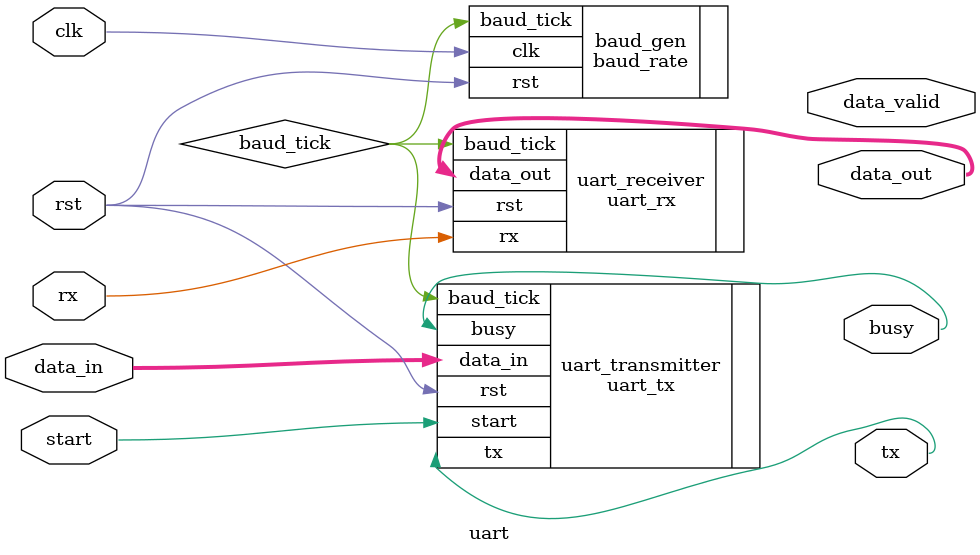
<source format=v>
module uart( input wire clk, input wire rst, input wire rx,input wire start, input wire [7:0] data_in, output wire tx, output wire [7:0] data_out, output wire busy, output wire data_valid);
  wire baud_tick;

  baud_rate #(
    .CLOCK(50000000), 
    .BAUD(9600)      
  ) baud_gen (
    .clk(clk),
    .rst(rst),
    .baud_tick(baud_tick)
  );

  uart_rx uart_receiver (
    .baud_tick(baud_tick),
    .rst(rst),
    .rx(rx),
    .data_out(data_out)
  );

  uart_tx uart_transmitter (
    .baud_tick(baud_tick),
    .rst(rst),
    .start(start),
    .data_in(data_in),
    .tx(tx),
    .busy(busy)
  );

endmodule


</source>
